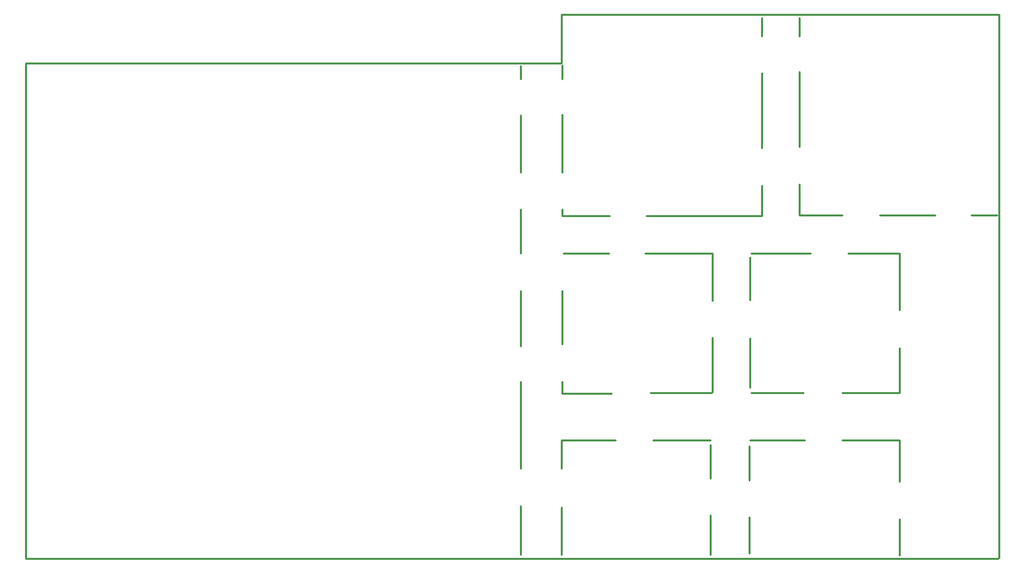
<source format=gko>
G04*
G04 #@! TF.GenerationSoftware,Altium Limited,Altium Designer,21.5.1 (32)*
G04*
G04 Layer_Color=32896*
%FSLAX25Y25*%
%MOIN*%
G70*
G04*
G04 #@! TF.SameCoordinates,35D1D81E-305D-4ED3-A4E5-B3A77E649114*
G04*
G04*
G04 #@! TF.FilePolarity,Positive*
G04*
G01*
G75*
%ADD13C,0.01000*%
D13*
X578500Y274000D02*
X591500D01*
X532000D02*
X560000D01*
X491500D02*
X513000D01*
X491500D02*
Y289500D01*
Y364500D02*
Y374000D01*
Y308500D02*
Y346500D01*
X472500Y364500D02*
Y374000D01*
Y308000D02*
Y346000D01*
Y273500D02*
Y289000D01*
X471500Y273500D02*
X472500D01*
X414000D02*
X471500D01*
X413500Y254500D02*
X447500D01*
X371500Y273500D02*
X395500D01*
X372000Y254500D02*
X395000D01*
X371500Y295500D02*
Y325000D01*
Y274000D02*
Y277000D01*
Y343000D02*
Y350000D01*
X350500Y295500D02*
Y324500D01*
Y343000D02*
Y349500D01*
Y254500D02*
Y277000D01*
X542000Y226000D02*
Y254500D01*
Y184000D02*
Y206500D01*
Y139000D02*
Y160000D01*
Y101500D02*
Y120000D01*
X541000Y160000D02*
X542000D01*
X516000Y254500D02*
X542000D01*
X513000Y184000D02*
X542000D01*
X513000Y160000D02*
X541000D01*
X467000Y254500D02*
X497000D01*
X467000Y184000D02*
X493500D01*
X466500Y160000D02*
X494000D01*
X466500Y231000D02*
Y252500D01*
Y186500D02*
Y211500D01*
X466000Y102500D02*
Y121000D01*
Y139500D02*
Y157000D01*
X447500Y230500D02*
Y254500D01*
Y184500D02*
Y212000D01*
X447000Y184000D02*
X447500Y184500D01*
X446500Y140500D02*
Y157500D01*
Y102000D02*
Y122000D01*
X417500Y160000D02*
X446500D01*
X416000Y184000D02*
X447000D01*
X371000Y160000D02*
X398500D01*
X371500Y183500D02*
X396500D01*
X371500Y208500D02*
Y235500D01*
Y183500D02*
Y189500D01*
X371000Y145500D02*
Y160000D01*
Y102000D02*
Y126000D01*
X350500Y207500D02*
Y235500D01*
Y145500D02*
Y189500D01*
Y102000D02*
Y126500D01*
X99994Y100006D02*
X100000Y100000D01*
X99994Y100006D02*
Y351000D01*
X350500D01*
X371000D01*
Y375500D01*
X372000D01*
X592500D01*
Y374500D02*
Y375500D01*
Y100500D02*
Y374500D01*
X592000Y100000D02*
X592500Y100500D01*
X542000Y100000D02*
X592000D01*
X100000D02*
X542000D01*
M02*

</source>
